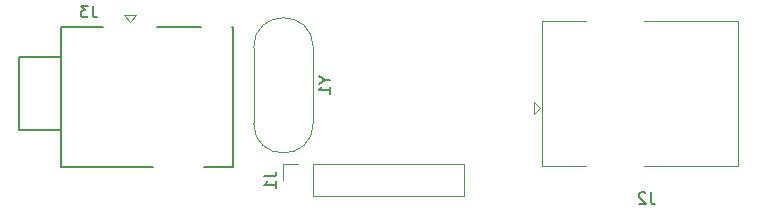
<source format=gbr>
%TF.GenerationSoftware,KiCad,Pcbnew,7.0.5*%
%TF.CreationDate,2024-02-11T15:40:35+01:00*%
%TF.ProjectId,exbike-usb-hw,65786269-6b65-42d7-9573-622d68772e6b,rev?*%
%TF.SameCoordinates,Original*%
%TF.FileFunction,Legend,Bot*%
%TF.FilePolarity,Positive*%
%FSLAX46Y46*%
G04 Gerber Fmt 4.6, Leading zero omitted, Abs format (unit mm)*
G04 Created by KiCad (PCBNEW 7.0.5) date 2024-02-11 15:40:35*
%MOMM*%
%LPD*%
G01*
G04 APERTURE LIST*
%ADD10C,0.150000*%
%ADD11C,0.120000*%
G04 APERTURE END LIST*
D10*
%TO.C,J1*%
X18016319Y3127333D02*
X18730604Y3127333D01*
X18730604Y3127333D02*
X18873461Y3174952D01*
X18873461Y3174952D02*
X18968700Y3270190D01*
X18968700Y3270190D02*
X19016319Y3413047D01*
X19016319Y3413047D02*
X19016319Y3508285D01*
X19016319Y2127333D02*
X19016319Y2698761D01*
X19016319Y2413047D02*
X18016319Y2413047D01*
X18016319Y2413047D02*
X18159176Y2508285D01*
X18159176Y2508285D02*
X18254414Y2603523D01*
X18254414Y2603523D02*
X18302033Y2698761D01*
%TO.C,J3*%
X3458333Y17565180D02*
X3458333Y16850895D01*
X3458333Y16850895D02*
X3505952Y16708038D01*
X3505952Y16708038D02*
X3601190Y16612800D01*
X3601190Y16612800D02*
X3744047Y16565180D01*
X3744047Y16565180D02*
X3839285Y16565180D01*
X3077380Y17565180D02*
X2458333Y17565180D01*
X2458333Y17565180D02*
X2791666Y17184228D01*
X2791666Y17184228D02*
X2648809Y17184228D01*
X2648809Y17184228D02*
X2553571Y17136609D01*
X2553571Y17136609D02*
X2505952Y17088990D01*
X2505952Y17088990D02*
X2458333Y16993752D01*
X2458333Y16993752D02*
X2458333Y16755657D01*
X2458333Y16755657D02*
X2505952Y16660419D01*
X2505952Y16660419D02*
X2553571Y16612800D01*
X2553571Y16612800D02*
X2648809Y16565180D01*
X2648809Y16565180D02*
X2934523Y16565180D01*
X2934523Y16565180D02*
X3029761Y16612800D01*
X3029761Y16612800D02*
X3077380Y16660419D01*
%TO.C,Y1*%
X23125128Y11298190D02*
X23601319Y11298190D01*
X22601319Y11631523D02*
X23125128Y11298190D01*
X23125128Y11298190D02*
X22601319Y10964857D01*
X23601319Y10107714D02*
X23601319Y10679142D01*
X23601319Y10393428D02*
X22601319Y10393428D01*
X22601319Y10393428D02*
X22744176Y10488666D01*
X22744176Y10488666D02*
X22839414Y10583904D01*
X22839414Y10583904D02*
X22887033Y10679142D01*
%TO.C,J2*%
X50702833Y1765180D02*
X50702833Y1050895D01*
X50702833Y1050895D02*
X50750452Y908038D01*
X50750452Y908038D02*
X50845690Y812800D01*
X50845690Y812800D02*
X50988547Y765180D01*
X50988547Y765180D02*
X51083785Y765180D01*
X50274261Y1669942D02*
X50226642Y1717561D01*
X50226642Y1717561D02*
X50131404Y1765180D01*
X50131404Y1765180D02*
X49893309Y1765180D01*
X49893309Y1765180D02*
X49798071Y1717561D01*
X49798071Y1717561D02*
X49750452Y1669942D01*
X49750452Y1669942D02*
X49702833Y1574704D01*
X49702833Y1574704D02*
X49702833Y1479466D01*
X49702833Y1479466D02*
X49750452Y1336609D01*
X49750452Y1336609D02*
X50321880Y765180D01*
X50321880Y765180D02*
X49702833Y765180D01*
D11*
%TO.C,J1*%
X34921500Y4124000D02*
X34921500Y1464000D01*
X22161500Y4124000D02*
X34921500Y4124000D01*
X22161500Y4124000D02*
X22161500Y1464000D01*
X20891500Y4124000D02*
X19561500Y4124000D01*
X19561500Y4124000D02*
X19561500Y2794000D01*
X22161500Y1464000D02*
X34921500Y1464000D01*
D10*
%TO.C,J3*%
X-2775000Y13220000D02*
X825000Y13220000D01*
X-2775000Y7020000D02*
X-2775000Y13220000D01*
X825000Y15720000D02*
X825000Y3920000D01*
X825000Y7020000D02*
X-2775000Y7020000D01*
X825000Y3920000D02*
X8575000Y3920000D01*
X4375000Y15720000D02*
X825000Y15720000D01*
D11*
X6125000Y16770000D02*
X7125000Y16770000D01*
X6625000Y16220000D02*
X6125000Y16770000D01*
X7125000Y16770000D02*
X6625000Y16220000D01*
D10*
X12625000Y15720000D02*
X8875000Y15720000D01*
X12925000Y3920000D02*
X15325000Y3920000D01*
X15325000Y15720000D02*
X15225000Y15720000D01*
X15325000Y3920000D02*
X15325000Y15720000D01*
D11*
%TO.C,Y1*%
X17096500Y7622000D02*
X17096500Y14022000D01*
X22146500Y7622000D02*
X22146500Y14022000D01*
X17096500Y7622000D02*
G75*
G03*
X22146500Y7622000I2525000J0D01*
G01*
X22146500Y14022000D02*
G75*
G03*
X17096500Y14022000I-2525000J0D01*
G01*
%TO.C,J2*%
X40819500Y9370000D02*
X41319500Y8870000D01*
X40819500Y8370000D02*
X40819500Y9370000D01*
X41319500Y8870000D02*
X40819500Y8370000D01*
X41519500Y16230000D02*
X41519500Y4010000D01*
X41519500Y16230000D02*
X45269500Y16230000D01*
X41519500Y4010000D02*
X45269500Y4010000D01*
X58139500Y16230000D02*
X50169500Y16230000D01*
X58139500Y16230000D02*
X58139500Y4010000D01*
X58139500Y4010000D02*
X50169500Y4010000D01*
%TD*%
M02*

</source>
